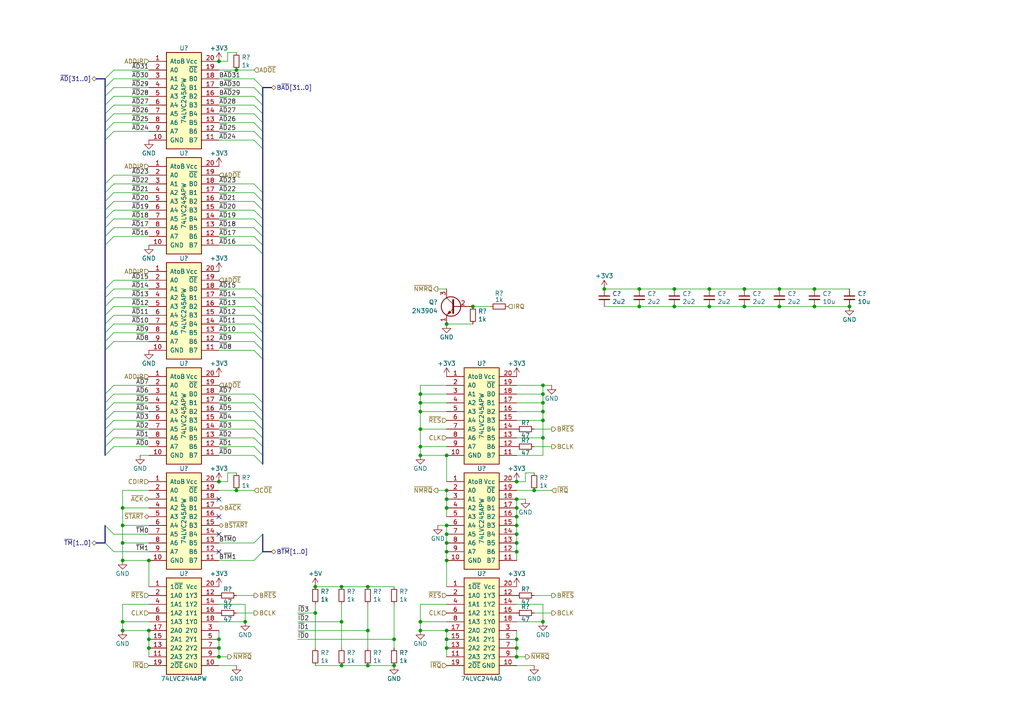
<source format=kicad_sch>
(kicad_sch (version 20211123) (generator eeschema)
  (paper "A4")
  (title_block (title "NuBus-ESP32") (date "2022-05-04") (rev "0.2") (company "Garrett's Workshop"))
  (lib_symbols
    (symbol "Device:C_Small" (pin_numbers hide) (pin_names (offset 0.254) hide)
      (property "Reference" "C" (at 0.254 1.778 0))
      (property "Value" "C_Small" (at 0.254 -2.032 0))
      (symbol "C_Small_0_1"
        (polyline (pts (xy -1.524 -0.508) (xy 1.524 -0.508)) (stroke (width 0.3302)))
        (polyline (pts (xy -1.524 0.508) (xy 1.524 0.508)) (stroke (width 0.3048)))
      )
      (symbol "C_Small_1_1"
        (pin passive line (at 0 2.54 270) (length 2.032) (name "~") (number "1"))
        (pin passive line (at 0 -2.54 90) (length 2.032) (name "~") (number "2"))
      )
    )
    (symbol "Device:R_Small" (pin_numbers hide) (pin_names (offset 0.254) hide)
      (property "Reference" "R" (at 0.762 0.508 0))
      (property "Value" "R_Small" (at 0.762 -1.016 0))
      (symbol "R_Small_0_1"
        (rectangle (start -0.762 1.778) (end 0.762 -1.778) (stroke (width 0.2032)))
      )
      (symbol "R_Small_1_1"
        (pin passive line (at 0 2.54 270) (length 0.762) (name "~") (number "1"))
        (pin passive line (at 0 -2.54 90) (length 0.762) (name "~") (number "2"))
      )
    )
    (symbol "GW_Logic:74244" (pin_names (offset 1.016))
      (property "Reference" "U" (at 0 15.24 0))
      (property "Value" "74244" (at 0 -15.24 0))
      (symbol "74244_0_1"
        (rectangle (start -5.08 13.97) (end 5.08 -13.97) (stroke (width 0.254)) (fill (type background)))
      )
      (symbol "74244_1_1"
        (pin input line (at 10.16 11.43 180) (length 5.08) (name "1~{OE}") (number "1"))
        (pin power_in line (at -10.16 -11.43 0) (length 5.08) (name "GND") (number "10"))
        (pin input line (at 10.16 -8.89 180) (length 5.08) (name "2A3") (number "11"))
        (pin tri_state line (at -10.16 8.89 0) (length 5.08) (name "1Y3") (number "12"))
        (pin input line (at 10.16 -6.35 180) (length 5.08) (name "2A2") (number "13"))
        (pin tri_state line (at -10.16 6.35 0) (length 5.08) (name "1Y2") (number "14"))
        (pin input line (at 10.16 -3.81 180) (length 5.08) (name "2A1") (number "15"))
        (pin tri_state line (at -10.16 3.81 0) (length 5.08) (name "1Y1") (number "16"))
        (pin input line (at 10.16 -1.27 180) (length 5.08) (name "2A0") (number "17"))
        (pin tri_state line (at -10.16 1.27 0) (length 5.08) (name "1Y0") (number "18"))
        (pin input line (at 10.16 -11.43 180) (length 5.08) (name "2~{OE}") (number "19"))
        (pin input line (at 10.16 8.89 180) (length 5.08) (name "1A0") (number "2"))
        (pin power_in line (at -10.16 11.43 0) (length 5.08) (name "Vcc") (number "20"))
        (pin tri_state line (at -10.16 -1.27 0) (length 5.08) (name "2Y0") (number "3"))
        (pin input line (at 10.16 6.35 180) (length 5.08) (name "1A1") (number "4"))
        (pin tri_state line (at -10.16 -3.81 0) (length 5.08) (name "2Y1") (number "5"))
        (pin input line (at 10.16 3.81 180) (length 5.08) (name "1A2") (number "6"))
        (pin tri_state line (at -10.16 -6.35 0) (length 5.08) (name "2Y2") (number "7"))
        (pin input line (at 10.16 1.27 180) (length 5.08) (name "1A3") (number "8"))
        (pin tri_state line (at -10.16 -8.89 0) (length 5.08) (name "2Y3") (number "9"))
      )
    )
    (symbol "GW_Logic:74245" (pin_names (offset 1.016))
      (property "Reference" "U" (at 0 15.24 0))
      (property "Value" "74245" (at 0 0 90))
      (symbol "74245_0_1"
        (rectangle (start -5.08 13.97) (end 5.08 -13.97) (stroke (width 0.254)) (fill (type background)))
      )
      (symbol "74245_1_1"
        (pin input line (at -10.16 11.43 0) (length 5.08) (name "AtoB") (number "1"))
        (pin power_in line (at -10.16 -11.43 0) (length 5.08) (name "GND") (number "10"))
        (pin bidirectional line (at 10.16 -11.43 180) (length 5.08) (name "B7") (number "11"))
        (pin bidirectional line (at 10.16 -8.89 180) (length 5.08) (name "B6") (number "12"))
        (pin bidirectional line (at 10.16 -6.35 180) (length 5.08) (name "B5") (number "13"))
        (pin bidirectional line (at 10.16 -3.81 180) (length 5.08) (name "B4") (number "14"))
        (pin bidirectional line (at 10.16 -1.27 180) (length 5.08) (name "B3") (number "15"))
        (pin bidirectional line (at 10.16 1.27 180) (length 5.08) (name "B2") (number "16"))
        (pin bidirectional line (at 10.16 3.81 180) (length 5.08) (name "B1") (number "17"))
        (pin bidirectional line (at 10.16 6.35 180) (length 5.08) (name "B0") (number "18"))
        (pin input line (at 10.16 8.89 180) (length 5.08) (name "~{OE}") (number "19"))
        (pin bidirectional line (at -10.16 8.89 0) (length 5.08) (name "A0") (number "2"))
        (pin power_in line (at 10.16 11.43 180) (length 5.08) (name "Vcc") (number "20"))
        (pin bidirectional line (at -10.16 6.35 0) (length 5.08) (name "A1") (number "3"))
        (pin bidirectional line (at -10.16 3.81 0) (length 5.08) (name "A2") (number "4"))
        (pin bidirectional line (at -10.16 1.27 0) (length 5.08) (name "A3") (number "5"))
        (pin bidirectional line (at -10.16 -1.27 0) (length 5.08) (name "A4") (number "6"))
        (pin bidirectional line (at -10.16 -3.81 0) (length 5.08) (name "A5") (number "7"))
        (pin bidirectional line (at -10.16 -6.35 0) (length 5.08) (name "A6") (number "8"))
        (pin bidirectional line (at -10.16 -8.89 0) (length 5.08) (name "A7") (number "9"))
      )
    )
    (symbol "Transistor_BJT:2N3904" (pin_names (offset 0) hide)
      (property "Reference" "Q" (at 5.08 1.905 0))
      (property "Value" "2N3904" (at 5.08 0 0))
      (symbol "2N3904_0_1"
        (polyline (pts (xy 0.635 0.635) (xy 2.54 2.54)))
        (polyline (pts (xy 0.635 -0.635) (xy 2.54 -2.54) (xy 2.54 -2.54)))
        (polyline (pts (xy 0.635 1.905) (xy 0.635 -1.905) (xy 0.635 -1.905)) (stroke (width 0.508)))
        (polyline (pts (xy 1.27 -1.778) (xy 1.778 -1.27) (xy 2.286 -2.286) (xy 1.27 -1.778) (xy 1.27 -1.778)) (fill (type outline)))
        (circle (center 1.27 0) (radius 2.8194) (stroke (width 0.254)))
      )
      (symbol "2N3904_1_1"
        (pin passive line (at 2.54 -5.08 90) (length 2.54) (name "E") (number "1"))
        (pin passive line (at -5.08 0 0) (length 5.715) (name "B") (number "2"))
        (pin passive line (at 2.54 5.08 270) (length 2.54) (name "C") (number "3"))
      )
    )
    (symbol "power:+3V3" (power) (pin_names (offset 0))
      (property "Value" "+3V3" (at 0 3.556 0))
      (symbol "+3V3_0_1"
        (polyline (pts (xy -0.762 1.27) (xy 0 2.54)))
        (polyline (pts (xy 0 0) (xy 0 2.54)))
        (polyline (pts (xy 0 2.54) (xy 0.762 1.27)))
      )
      (symbol "+3V3_1_1"
        (pin power_in line (at 0 0 90) (length 0) hide (name "+3V3") (number "1"))
      )
    )
    (symbol "power:+5V" (power) (pin_names (offset 0))
      (property "Value" "+5V" (at 0 3.556 0))
      (symbol "+5V_0_1"
        (polyline (pts (xy -0.762 1.27) (xy 0 2.54)))
        (polyline (pts (xy 0 0) (xy 0 2.54)))
        (polyline (pts (xy 0 2.54) (xy 0.762 1.27)))
      )
      (symbol "+5V_1_1"
        (pin power_in line (at 0 0 90) (length 0) hide (name "+5V") (number "1"))
      )
    )
    (symbol "power:GND" (power) (pin_names (offset 0))
      (property "Value" "GND" (at 0 -3.81 0))
      (symbol "GND_0_1"
        (polyline (pts (xy 0 0) (xy 0 -1.27) (xy 1.27 -1.27) (xy 0 -2.54) (xy -1.27 -1.27) (xy 0 -1.27)))
      )
      (symbol "GND_1_1"
        (pin power_in line (at 0 0 270) (length 0) hide (name "GND") (number "1"))
      )
    )
  )
  (junction (at 157.48 114.3))
  (junction (at 205.74 83.82))
  (junction (at 121.92 182.88))
  (junction (at 129.54 154.94))
  (junction (at 129.54 187.96))
  (junction (at 149.86 139.7))
  (junction (at 157.48 116.84))
  (junction (at 149.86 185.42))
  (junction (at 149.86 160.02))
  (junction (at 149.86 152.4))
  (junction (at 129.54 185.42))
  (junction (at 91.44 177.8))
  (junction (at 106.68 193.04))
  (junction (at 185.42 83.82))
  (junction (at 99.06 170.18))
  (junction (at 137.16 88.9))
  (junction (at 71.12 180.34))
  (junction (at 129.54 144.78))
  (junction (at 114.3 185.42))
  (junction (at 68.58 20.32))
  (junction (at 35.56 147.32))
  (junction (at 121.92 119.38))
  (junction (at 63.5 139.7))
  (junction (at 63.5 17.78))
  (junction (at 149.86 190.5))
  (junction (at 129.54 147.32))
  (junction (at 121.92 180.34))
  (junction (at 246.38 88.9))
  (junction (at 121.92 124.46))
  (junction (at 129.54 93.98))
  (junction (at 226.06 88.9))
  (junction (at 121.92 114.3))
  (junction (at 205.74 88.9))
  (junction (at 157.48 119.38))
  (junction (at 35.56 182.88))
  (junction (at 121.92 116.84))
  (junction (at 129.54 162.56))
  (junction (at 195.58 88.9))
  (junction (at 154.94 142.24))
  (junction (at 121.92 129.54))
  (junction (at 215.9 88.9))
  (junction (at 114.3 193.04))
  (junction (at 129.54 157.48))
  (junction (at 63.5 187.96))
  (junction (at 226.06 83.82))
  (junction (at 149.86 187.96))
  (junction (at 43.18 187.96))
  (junction (at 43.18 185.42))
  (junction (at 121.92 132.08))
  (junction (at 157.48 111.76))
  (junction (at 35.56 180.34))
  (junction (at 129.54 152.4))
  (junction (at 99.06 193.04))
  (junction (at 63.5 190.5))
  (junction (at 129.54 142.24))
  (junction (at 63.5 185.42))
  (junction (at 175.26 83.82))
  (junction (at 185.42 88.9))
  (junction (at 91.44 170.18))
  (junction (at 43.18 182.88))
  (junction (at 149.86 154.94))
  (junction (at 149.86 144.78))
  (junction (at 236.22 88.9))
  (junction (at 99.06 180.34))
  (junction (at 157.48 127))
  (junction (at 106.68 170.18))
  (junction (at 35.56 157.48))
  (junction (at 157.48 180.34))
  (junction (at 35.56 152.4))
  (junction (at 195.58 83.82))
  (junction (at 35.56 162.56))
  (junction (at 106.68 182.88))
  (junction (at 149.86 147.32))
  (junction (at 43.18 162.56))
  (junction (at 236.22 83.82))
  (junction (at 129.54 132.08))
  (junction (at 149.86 157.48))
  (junction (at 149.86 149.86))
  (junction (at 129.54 182.88))
  (junction (at 129.54 160.02))
  (junction (at 215.9 83.82))
  (junction (at 68.58 142.24))
  (junction (at 157.48 121.92))
  (no_connect (at 63.5 144.78))
  (no_connect (at 63.5 154.94))
  (no_connect (at 63.5 160.02))
  (no_connect (at 63.5 149.86))
  (bus_entry (at 30.48 93.98) (size 2.54 -2.54))
  (bus_entry (at 76.2 119.38) (size -2.54 -2.54))
  (bus_entry (at 76.2 104.14) (size -2.54 -2.54))
  (bus_entry (at 30.48 38.1) (size 2.54 -2.54))
  (bus_entry (at 76.2 60.96) (size -2.54 -2.54))
  (bus_entry (at 76.2 96.52) (size -2.54 -2.54))
  (bus_entry (at 30.48 96.52) (size 2.54 -2.54))
  (bus_entry (at 76.2 132.08) (size -2.54 -2.54))
  (bus_entry (at 76.2 160.02) (size -2.54 2.54))
  (bus_entry (at 30.48 99.06) (size 2.54 -2.54))
  (bus_entry (at 30.48 121.92) (size 2.54 -2.54))
  (bus_entry (at 30.48 30.48) (size 2.54 -2.54))
  (bus_entry (at 76.2 30.48) (size -2.54 -2.54))
  (bus_entry (at 76.2 71.12) (size -2.54 -2.54))
  (bus_entry (at 30.48 71.12) (size 2.54 -2.54))
  (bus_entry (at 30.48 58.42) (size 2.54 -2.54))
  (bus_entry (at 76.2 91.44) (size -2.54 -2.54))
  (bus_entry (at 76.2 55.88) (size -2.54 -2.54))
  (bus_entry (at 30.48 53.34) (size 2.54 -2.54))
  (bus_entry (at 76.2 121.92) (size -2.54 -2.54))
  (bus_entry (at 76.2 154.94) (size -2.54 2.54))
  (bus_entry (at 30.48 127) (size 2.54 -2.54))
  (bus_entry (at 30.48 35.56) (size 2.54 -2.54))
  (bus_entry (at 76.2 127) (size -2.54 -2.54))
  (bus_entry (at 30.48 114.3) (size 2.54 -2.54))
  (bus_entry (at 76.2 73.66) (size -2.54 -2.54))
  (bus_entry (at 76.2 124.46) (size -2.54 -2.54))
  (bus_entry (at 76.2 68.58) (size -2.54 -2.54))
  (bus_entry (at 30.48 60.96) (size 2.54 -2.54))
  (bus_entry (at 30.48 157.48) (size 2.54 2.54))
  (bus_entry (at 30.48 68.58) (size 2.54 -2.54))
  (bus_entry (at 30.48 55.88) (size 2.54 -2.54))
  (bus_entry (at 30.48 88.9) (size 2.54 -2.54))
  (bus_entry (at 30.48 152.4) (size 2.54 2.54))
  (bus_entry (at 30.48 63.5) (size 2.54 -2.54))
  (bus_entry (at 76.2 134.62) (size -2.54 -2.54))
  (bus_entry (at 30.48 66.04) (size 2.54 -2.54))
  (bus_entry (at 30.48 22.86) (size 2.54 -2.54))
  (bus_entry (at 76.2 88.9) (size -2.54 -2.54))
  (bus_entry (at 30.48 101.6) (size 2.54 -2.54))
  (bus_entry (at 76.2 116.84) (size -2.54 -2.54))
  (bus_entry (at 76.2 129.54) (size -2.54 -2.54))
  (bus_entry (at 30.48 91.44) (size 2.54 -2.54))
  (bus_entry (at 76.2 33.02) (size -2.54 -2.54))
  (bus_entry (at 30.48 116.84) (size 2.54 -2.54))
  (bus_entry (at 30.48 40.64) (size 2.54 -2.54))
  (bus_entry (at 30.48 27.94) (size 2.54 -2.54))
  (bus_entry (at 76.2 86.36) (size -2.54 -2.54))
  (bus_entry (at 30.48 83.82) (size 2.54 -2.54))
  (bus_entry (at 76.2 35.56) (size -2.54 -2.54))
  (bus_entry (at 30.48 129.54) (size 2.54 -2.54))
  (bus_entry (at 76.2 25.4) (size -2.54 -2.54))
  (bus_entry (at 76.2 99.06) (size -2.54 -2.54))
  (bus_entry (at 76.2 38.1) (size -2.54 -2.54))
  (bus_entry (at 76.2 43.18) (size -2.54 -2.54))
  (bus_entry (at 76.2 27.94) (size -2.54 -2.54))
  (bus_entry (at 30.48 86.36) (size 2.54 -2.54))
  (bus_entry (at 30.48 25.4) (size 2.54 -2.54))
  (bus_entry (at 30.48 124.46) (size 2.54 -2.54))
  (bus_entry (at 76.2 66.04) (size -2.54 -2.54))
  (bus_entry (at 76.2 101.6) (size -2.54 -2.54))
  (bus_entry (at 76.2 58.42) (size -2.54 -2.54))
  (bus_entry (at 30.48 132.08) (size 2.54 -2.54))
  (bus_entry (at 30.48 33.02) (size 2.54 -2.54))
  (bus_entry (at 76.2 63.5) (size -2.54 -2.54))
  (bus_entry (at 76.2 40.64) (size -2.54 -2.54))
  (bus_entry (at 76.2 93.98) (size -2.54 -2.54))
  (bus_entry (at 30.48 119.38) (size 2.54 -2.54))
  (wire (pts (xy 127 83.82) (xy 129.54 83.82)))
  (wire (pts (xy 154.94 177.8) (xy 160.02 177.8)))
  (bus (pts (xy 76.2 63.5) (xy 76.2 66.04)))
  (wire (pts (xy 63.5 30.48) (xy 73.66 30.48)))
  (wire (pts (xy 73.66 99.06) (xy 63.5 99.06)))
  (wire (pts (xy 35.56 152.4) (xy 43.18 152.4)))
  (wire (pts (xy 73.66 93.98) (xy 63.5 93.98)))
  (wire (pts (xy 99.06 180.34) (xy 99.06 187.96)))
  (wire (pts (xy 63.5 22.86) (xy 73.66 22.86)))
  (wire (pts (xy 73.66 162.56) (xy 63.5 162.56)))
  (bus (pts (xy 76.2 116.84) (xy 76.2 119.38)))
  (wire (pts (xy 185.42 88.9) (xy 195.58 88.9)))
  (wire (pts (xy 43.18 162.56) (xy 35.56 162.56)))
  (wire (pts (xy 73.66 96.52) (xy 63.5 96.52)))
  (bus (pts (xy 76.2 55.88) (xy 76.2 58.42)))
  (wire (pts (xy 68.58 142.24) (xy 73.66 142.24)))
  (wire (pts (xy 33.02 114.3) (xy 43.18 114.3)))
  (wire (pts (xy 121.92 180.34) (xy 121.92 182.88)))
  (bus (pts (xy 30.48 22.86) (xy 30.48 25.4)))
  (wire (pts (xy 121.92 119.38) (xy 129.54 119.38)))
  (wire (pts (xy 66.04 137.16) (xy 66.04 139.7)))
  (bus (pts (xy 30.48 86.36) (xy 30.48 88.9)))
  (wire (pts (xy 43.18 38.1) (xy 33.02 38.1)))
  (wire (pts (xy 129.54 144.78) (xy 129.54 147.32)))
  (bus (pts (xy 30.48 88.9) (xy 30.48 91.44)))
  (bus (pts (xy 30.48 101.6) (xy 30.48 114.3)))
  (wire (pts (xy 121.92 124.46) (xy 129.54 124.46)))
  (wire (pts (xy 149.86 190.5) (xy 152.4 190.5)))
  (wire (pts (xy 43.18 185.42) (xy 43.18 187.96)))
  (wire (pts (xy 129.54 154.94) (xy 129.54 157.48)))
  (wire (pts (xy 175.26 88.9) (xy 185.42 88.9)))
  (wire (pts (xy 154.94 129.54) (xy 160.02 129.54)))
  (bus (pts (xy 76.2 73.66) (xy 76.2 86.36)))
  (wire (pts (xy 91.44 177.8) (xy 91.44 187.96)))
  (wire (pts (xy 71.12 175.26) (xy 63.5 175.26)))
  (wire (pts (xy 33.02 88.9) (xy 43.18 88.9)))
  (bus (pts (xy 76.2 99.06) (xy 76.2 101.6)))
  (wire (pts (xy 35.56 157.48) (xy 43.18 157.48)))
  (wire (pts (xy 149.86 147.32) (xy 149.86 149.86)))
  (wire (pts (xy 43.18 22.86) (xy 33.02 22.86)))
  (wire (pts (xy 71.12 180.34) (xy 63.5 180.34)))
  (wire (pts (xy 33.02 124.46) (xy 43.18 124.46)))
  (bus (pts (xy 30.48 66.04) (xy 30.48 68.58)))
  (wire (pts (xy 63.5 33.02) (xy 73.66 33.02)))
  (wire (pts (xy 121.92 114.3) (xy 121.92 116.84)))
  (wire (pts (xy 68.58 15.24) (xy 66.04 15.24)))
  (wire (pts (xy 129.54 142.24) (xy 127 142.24)))
  (wire (pts (xy 106.68 193.04) (xy 114.3 193.04)))
  (bus (pts (xy 76.2 38.1) (xy 76.2 40.64)))
  (wire (pts (xy 33.02 99.06) (xy 43.18 99.06)))
  (wire (pts (xy 86.36 180.34) (xy 99.06 180.34)))
  (wire (pts (xy 205.74 83.82) (xy 215.9 83.82)))
  (bus (pts (xy 30.48 119.38) (xy 30.48 121.92)))
  (wire (pts (xy 121.92 116.84) (xy 121.92 119.38)))
  (bus (pts (xy 30.48 114.3) (xy 30.48 116.84)))
  (wire (pts (xy 63.5 185.42) (xy 63.5 187.96)))
  (wire (pts (xy 73.66 101.6) (xy 63.5 101.6)))
  (wire (pts (xy 43.18 35.56) (xy 33.02 35.56)))
  (wire (pts (xy 121.92 116.84) (xy 129.54 116.84)))
  (bus (pts (xy 76.2 96.52) (xy 76.2 99.06)))
  (wire (pts (xy 175.26 83.82) (xy 185.42 83.82)))
  (bus (pts (xy 76.2 25.4) (xy 76.2 27.94)))
  (wire (pts (xy 91.44 175.26) (xy 91.44 177.8)))
  (wire (pts (xy 73.66 129.54) (xy 63.5 129.54)))
  (bus (pts (xy 76.2 27.94) (xy 76.2 30.48)))
  (wire (pts (xy 43.18 53.34) (xy 33.02 53.34)))
  (bus (pts (xy 30.48 35.56) (xy 30.48 38.1)))
  (wire (pts (xy 35.56 147.32) (xy 43.18 147.32)))
  (wire (pts (xy 63.5 190.5) (xy 66.04 190.5)))
  (bus (pts (xy 30.48 124.46) (xy 30.48 127)))
  (wire (pts (xy 63.5 182.88) (xy 63.5 185.42)))
  (bus (pts (xy 76.2 93.98) (xy 76.2 96.52)))
  (wire (pts (xy 195.58 88.9) (xy 205.74 88.9)))
  (wire (pts (xy 33.02 91.44) (xy 43.18 91.44)))
  (bus (pts (xy 30.48 96.52) (xy 30.48 99.06)))
  (bus (pts (xy 30.48 25.4) (xy 30.48 27.94)))
  (wire (pts (xy 63.5 193.04) (xy 68.58 193.04)))
  (bus (pts (xy 76.2 121.92) (xy 76.2 124.46)))
  (bus (pts (xy 30.48 129.54) (xy 30.48 132.08)))
  (wire (pts (xy 63.5 53.34) (xy 73.66 53.34)))
  (wire (pts (xy 33.02 111.76) (xy 43.18 111.76)))
  (wire (pts (xy 33.02 154.94) (xy 43.18 154.94)))
  (bus (pts (xy 76.2 129.54) (xy 76.2 132.08)))
  (wire (pts (xy 66.04 17.78) (xy 63.5 17.78)))
  (wire (pts (xy 129.54 142.24) (xy 129.54 144.78)))
  (bus (pts (xy 76.2 68.58) (xy 76.2 71.12)))
  (wire (pts (xy 33.02 81.28) (xy 43.18 81.28)))
  (wire (pts (xy 35.56 142.24) (xy 43.18 142.24)))
  (bus (pts (xy 30.48 127) (xy 30.48 129.54)))
  (wire (pts (xy 73.66 86.36) (xy 63.5 86.36)))
  (wire (pts (xy 73.66 71.12) (xy 63.5 71.12)))
  (wire (pts (xy 129.54 185.42) (xy 129.54 187.96)))
  (wire (pts (xy 99.06 170.18) (xy 106.68 170.18)))
  (bus (pts (xy 76.2 88.9) (xy 76.2 91.44)))
  (wire (pts (xy 236.22 83.82) (xy 246.38 83.82)))
  (wire (pts (xy 157.48 180.34) (xy 149.86 180.34)))
  (wire (pts (xy 157.48 127) (xy 157.48 132.08)))
  (wire (pts (xy 73.66 68.58) (xy 63.5 68.58)))
  (wire (pts (xy 129.54 157.48) (xy 129.54 160.02)))
  (wire (pts (xy 33.02 68.58) (xy 43.18 68.58)))
  (bus (pts (xy 30.48 53.34) (xy 30.48 55.88)))
  (wire (pts (xy 73.66 91.44) (xy 63.5 91.44)))
  (wire (pts (xy 157.48 175.26) (xy 149.86 175.26)))
  (wire (pts (xy 71.12 175.26) (xy 71.12 180.34)))
  (wire (pts (xy 63.5 27.94) (xy 73.66 27.94)))
  (wire (pts (xy 33.02 160.02) (xy 43.18 160.02)))
  (bus (pts (xy 30.48 71.12) (xy 30.48 83.82)))
  (wire (pts (xy 121.92 124.46) (xy 121.92 119.38)))
  (wire (pts (xy 129.54 147.32) (xy 129.54 149.86)))
  (wire (pts (xy 73.66 116.84) (xy 63.5 116.84)))
  (wire (pts (xy 121.92 111.76) (xy 129.54 111.76)))
  (wire (pts (xy 129.54 175.26) (xy 121.92 175.26)))
  (wire (pts (xy 33.02 86.36) (xy 43.18 86.36)))
  (wire (pts (xy 157.48 119.38) (xy 157.48 116.84)))
  (wire (pts (xy 43.18 182.88) (xy 43.18 185.42)))
  (wire (pts (xy 106.68 182.88) (xy 106.68 175.26)))
  (wire (pts (xy 106.68 170.18) (xy 114.3 170.18)))
  (wire (pts (xy 129.54 132.08) (xy 121.92 132.08)))
  (wire (pts (xy 129.54 129.54) (xy 121.92 129.54)))
  (bus (pts (xy 30.48 83.82) (xy 30.48 86.36)))
  (wire (pts (xy 35.56 180.34) (xy 35.56 182.88)))
  (wire (pts (xy 35.56 162.56) (xy 35.56 157.48)))
  (wire (pts (xy 149.86 152.4) (xy 149.86 154.94)))
  (wire (pts (xy 149.86 144.78) (xy 149.86 147.32)))
  (bus (pts (xy 76.2 127) (xy 76.2 129.54)))
  (wire (pts (xy 149.86 157.48) (xy 149.86 160.02)))
  (bus (pts (xy 27.94 157.48) (xy 30.48 157.48)))
  (bus (pts (xy 30.48 33.02) (xy 30.48 35.56)))
  (bus (pts (xy 30.48 68.58) (xy 30.48 71.12)))
  (wire (pts (xy 63.5 38.1) (xy 73.66 38.1)))
  (wire (pts (xy 35.56 175.26) (xy 35.56 180.34)))
  (wire (pts (xy 33.02 60.96) (xy 43.18 60.96)))
  (wire (pts (xy 73.66 66.04) (xy 63.5 66.04)))
  (wire (pts (xy 129.54 162.56) (xy 129.54 170.18)))
  (wire (pts (xy 129.54 132.08) (xy 129.54 139.7)))
  (wire (pts (xy 63.5 20.32) (xy 68.58 20.32)))
  (wire (pts (xy 33.02 55.88) (xy 43.18 55.88)))
  (wire (pts (xy 63.5 35.56) (xy 73.66 35.56)))
  (wire (pts (xy 63.5 142.24) (xy 68.58 142.24)))
  (wire (pts (xy 73.66 127) (xy 63.5 127)))
  (wire (pts (xy 73.66 83.82) (xy 63.5 83.82)))
  (wire (pts (xy 43.18 162.56) (xy 43.18 170.18)))
  (bus (pts (xy 76.2 124.46) (xy 76.2 127)))
  (wire (pts (xy 154.94 172.72) (xy 160.02 172.72)))
  (wire (pts (xy 149.86 111.76) (xy 157.48 111.76)))
  (wire (pts (xy 226.06 83.82) (xy 236.22 83.82)))
  (wire (pts (xy 43.18 25.4) (xy 33.02 25.4)))
  (wire (pts (xy 91.44 170.18) (xy 99.06 170.18)))
  (bus (pts (xy 30.48 99.06) (xy 30.48 101.6)))
  (bus (pts (xy 76.2 66.04) (xy 76.2 68.58)))
  (wire (pts (xy 149.86 119.38) (xy 157.48 119.38)))
  (bus (pts (xy 30.48 38.1) (xy 30.48 40.64)))
  (wire (pts (xy 149.86 187.96) (xy 149.86 190.5)))
  (bus (pts (xy 76.2 40.64) (xy 76.2 43.18)))
  (wire (pts (xy 149.86 154.94) (xy 149.86 157.48)))
  (bus (pts (xy 30.48 40.64) (xy 30.48 53.34)))
  (wire (pts (xy 33.02 93.98) (xy 43.18 93.98)))
  (wire (pts (xy 121.92 114.3) (xy 129.54 114.3)))
  (wire (pts (xy 121.92 129.54) (xy 121.92 132.08)))
  (wire (pts (xy 66.04 15.24) (xy 66.04 17.78)))
  (wire (pts (xy 33.02 83.82) (xy 43.18 83.82)))
  (wire (pts (xy 114.3 185.42) (xy 114.3 187.96)))
  (wire (pts (xy 33.02 127) (xy 43.18 127)))
  (wire (pts (xy 33.02 116.84) (xy 43.18 116.84)))
  (wire (pts (xy 215.9 88.9) (xy 226.06 88.9)))
  (wire (pts (xy 33.02 58.42) (xy 43.18 58.42)))
  (wire (pts (xy 73.66 124.46) (xy 63.5 124.46)))
  (wire (pts (xy 73.66 119.38) (xy 63.5 119.38)))
  (wire (pts (xy 99.06 175.26) (xy 99.06 180.34)))
  (wire (pts (xy 33.02 129.54) (xy 43.18 129.54)))
  (wire (pts (xy 149.86 116.84) (xy 157.48 116.84)))
  (wire (pts (xy 73.66 63.5) (xy 63.5 63.5)))
  (wire (pts (xy 35.56 152.4) (xy 35.56 147.32)))
  (bus (pts (xy 30.48 157.48) (xy 30.48 152.4)))
  (wire (pts (xy 152.4 139.7) (xy 149.86 139.7)))
  (bus (pts (xy 30.48 60.96) (xy 30.48 63.5)))
  (wire (pts (xy 149.86 182.88) (xy 149.86 185.42)))
  (wire (pts (xy 129.54 93.98) (xy 137.16 93.98)))
  (wire (pts (xy 33.02 119.38) (xy 43.18 119.38)))
  (wire (pts (xy 129.54 187.96) (xy 129.54 190.5)))
  (wire (pts (xy 157.48 116.84) (xy 157.48 114.3)))
  (wire (pts (xy 236.22 88.9) (xy 226.06 88.9)))
  (wire (pts (xy 185.42 83.82) (xy 195.58 83.82)))
  (bus (pts (xy 76.2 91.44) (xy 76.2 93.98)))
  (wire (pts (xy 63.5 55.88) (xy 73.66 55.88)))
  (wire (pts (xy 152.4 137.16) (xy 152.4 139.7)))
  (wire (pts (xy 157.48 175.26) (xy 157.48 180.34)))
  (bus (pts (xy 30.48 55.88) (xy 30.48 58.42)))
  (bus (pts (xy 30.48 30.48) (xy 30.48 33.02)))
  (bus (pts (xy 76.2 104.14) (xy 76.2 116.84)))
  (wire (pts (xy 40.64 132.08) (xy 43.18 132.08)))
  (wire (pts (xy 149.86 132.08) (xy 157.48 132.08)))
  (wire (pts (xy 205.74 88.9) (xy 215.9 88.9)))
  (wire (pts (xy 43.18 20.32) (xy 33.02 20.32)))
  (bus (pts (xy 78.74 25.4) (xy 76.2 25.4)))
  (wire (pts (xy 142.24 88.9) (xy 137.16 88.9)))
  (wire (pts (xy 68.58 137.16) (xy 66.04 137.16)))
  (wire (pts (xy 86.36 182.88) (xy 106.68 182.88)))
  (bus (pts (xy 76.2 160.02) (xy 76.2 154.94)))
  (bus (pts (xy 76.2 119.38) (xy 76.2 121.92)))
  (wire (pts (xy 121.92 180.34) (xy 129.54 180.34)))
  (wire (pts (xy 35.56 157.48) (xy 35.56 152.4)))
  (wire (pts (xy 43.18 175.26) (xy 35.56 175.26)))
  (wire (pts (xy 121.92 175.26) (xy 121.92 180.34)))
  (bus (pts (xy 30.48 58.42) (xy 30.48 60.96)))
  (wire (pts (xy 149.86 127) (xy 157.48 127)))
  (wire (pts (xy 195.58 83.82) (xy 205.74 83.82)))
  (wire (pts (xy 215.9 83.82) (xy 226.06 83.82)))
  (bus (pts (xy 76.2 58.42) (xy 76.2 60.96)))
  (bus (pts (xy 30.48 93.98) (xy 30.48 96.52)))
  (wire (pts (xy 129.54 160.02) (xy 129.54 162.56)))
  (wire (pts (xy 73.66 58.42) (xy 63.5 58.42)))
  (wire (pts (xy 99.06 193.04) (xy 106.68 193.04)))
  (bus (pts (xy 78.74 160.02) (xy 76.2 160.02)))
  (wire (pts (xy 66.04 139.7) (xy 63.5 139.7)))
  (bus (pts (xy 76.2 35.56) (xy 76.2 38.1)))
  (wire (pts (xy 63.5 187.96) (xy 63.5 190.5)))
  (wire (pts (xy 43.18 33.02) (xy 33.02 33.02)))
  (wire (pts (xy 149.86 193.04) (xy 154.94 193.04)))
  (wire (pts (xy 43.18 27.94) (xy 33.02 27.94)))
  (wire (pts (xy 68.58 20.32) (xy 73.66 20.32)))
  (bus (pts (xy 76.2 86.36) (xy 76.2 88.9)))
  (wire (pts (xy 157.48 121.92) (xy 157.48 119.38)))
  (wire (pts (xy 149.86 185.42) (xy 149.86 187.96)))
  (wire (pts (xy 73.66 114.3) (xy 63.5 114.3)))
  (wire (pts (xy 149.86 121.92) (xy 157.48 121.92)))
  (wire (pts (xy 129.54 152.4) (xy 129.54 154.94)))
  (wire (pts (xy 33.02 63.5) (xy 43.18 63.5)))
  (bus (pts (xy 76.2 132.08) (xy 76.2 134.62)))
  (wire (pts (xy 68.58 177.8) (xy 73.66 177.8)))
  (wire (pts (xy 154.94 124.46) (xy 160.02 124.46)))
  (wire (pts (xy 73.66 157.48) (xy 63.5 157.48)))
  (wire (pts (xy 154.94 142.24) (xy 160.02 142.24)))
  (wire (pts (xy 68.58 172.72) (xy 73.66 172.72)))
  (wire (pts (xy 154.94 137.16) (xy 152.4 137.16)))
  (bus (pts (xy 30.48 63.5) (xy 30.48 66.04)))
  (wire (pts (xy 114.3 175.26) (xy 114.3 185.42)))
  (wire (pts (xy 246.38 88.9) (xy 236.22 88.9)))
  (wire (pts (xy 91.44 177.8) (xy 86.36 177.8)))
  (bus (pts (xy 30.48 91.44) (xy 30.48 93.98)))
  (wire (pts (xy 43.18 30.48) (xy 33.02 30.48)))
  (bus (pts (xy 30.48 116.84) (xy 30.48 119.38)))
  (wire (pts (xy 73.66 132.08) (xy 63.5 132.08)))
  (wire (pts (xy 33.02 96.52) (xy 43.18 96.52)))
  (bus (pts (xy 30.48 27.94) (xy 30.48 30.48)))
  (wire (pts (xy 149.86 149.86) (xy 149.86 152.4)))
  (wire (pts (xy 121.92 124.46) (xy 121.92 129.54)))
  (wire (pts (xy 157.48 111.76) (xy 160.02 111.76)))
  (wire (pts (xy 43.18 50.8) (xy 33.02 50.8)))
  (wire (pts (xy 149.86 142.24) (xy 154.94 142.24)))
  (wire (pts (xy 73.66 60.96) (xy 63.5 60.96)))
  (wire (pts (xy 149.86 144.78) (xy 152.4 144.78)))
  (bus (pts (xy 76.2 43.18) (xy 76.2 55.88)))
  (bus (pts (xy 30.48 121.92) (xy 30.48 124.46)))
  (wire (pts (xy 149.86 114.3) (xy 157.48 114.3)))
  (wire (pts (xy 121.92 111.76) (xy 121.92 114.3)))
  (wire (pts (xy 86.36 185.42) (xy 114.3 185.42)))
  (wire (pts (xy 33.02 66.04) (xy 43.18 66.04)))
  (wire (pts (xy 73.66 88.9) (xy 63.5 88.9)))
  (bus (pts (xy 76.2 30.48) (xy 76.2 33.02)))
  (wire (pts (xy 127 152.4) (xy 129.54 152.4)))
  (wire (pts (xy 63.5 25.4) (xy 73.66 25.4)))
  (wire (pts (xy 157.48 127) (xy 157.48 121.92)))
  (wire (pts (xy 73.66 121.92) (xy 63.5 121.92)))
  (bus (pts (xy 76.2 60.96) (xy 76.2 63.5)))
  (wire (pts (xy 91.44 193.04) (xy 99.06 193.04)))
  (bus (pts (xy 27.94 22.86) (xy 30.48 22.86)))
  (wire (pts (xy 35.56 147.32) (xy 35.56 142.24)))
  (wire (pts (xy 43.18 187.96) (xy 43.18 190.5)))
  (bus (pts (xy 76.2 71.12) (xy 76.2 73.66)))
  (wire (pts (xy 149.86 160.02) (xy 149.86 162.56)))
  (wire (pts (xy 129.54 182.88) (xy 129.54 185.42)))
  (wire (pts (xy 157.48 114.3) (xy 157.48 111.76)))
  (wire (pts (xy 33.02 121.92) (xy 43.18 121.92)))
  (wire (pts (xy 35.56 180.34) (xy 43.18 180.34)))
  (wire (pts (xy 43.18 182.88) (xy 35.56 182.88)))
  (wire (pts (xy 106.68 182.88) (xy 106.68 187.96)))
  (wire (pts (xy 129.54 182.88) (xy 121.92 182.88)))
  (bus (pts (xy 76.2 101.6) (xy 76.2 104.14)))
  (bus (pts (xy 76.2 33.02) (xy 76.2 35.56)))
  (wire (pts (xy 63.5 40.64) (xy 73.66 40.64)))
  (label "~{TM}1" (at 43.18 160.02 180))
  (label "~{AD}1" (at 63.5 129.54 0))
  (label "~{AD}2" (at 43.18 124.46 180))
  (label "~{AD}24" (at 43.18 38.1 180))
  (label "~{AD}20" (at 43.18 58.42 180))
  (label "~{AD}9" (at 63.5 99.06 0))
  (label "~{AD}3" (at 63.5 124.46 0))
  (label "~{ID}1" (at 86.36 182.88 0))
  (label "B~{TM}1" (at 63.5 162.56 0))
  (label "~{AD}0" (at 43.18 129.54 180))
  (label "~{AD}0" (at 63.5 132.08 0))
  (label "~{AD}18" (at 63.5 66.04 0))
  (label "B~{AD}31" (at 63.5 22.86 0))
  (label "~{AD}4" (at 63.5 121.92 0))
  (label "~{AD}10" (at 43.18 93.98 180))
  (label "~{AD}8" (at 63.5 101.6 0))
  (label "~{AD}16" (at 43.18 68.58 180))
  (label "~{AD}14" (at 63.5 86.36 0))
  (label "~{AD}7" (at 43.18 111.76 180))
  (label "~{AD}9" (at 43.18 96.52 180))
  (label "~{AD}10" (at 63.5 96.52 0))
  (label "~{AD}27" (at 63.5 33.02 0))
  (label "B~{TM}0" (at 63.5 157.48 0))
  (label "~{ID}3" (at 86.36 177.8 0))
  (label "B~{AD}29" (at 63.5 27.94 0))
  (label "~{AD}13" (at 63.5 88.9 0))
  (label "~{AD}25" (at 43.18 35.56 180))
  (label "~{AD}26" (at 63.5 35.56 0))
  (label "~{AD}5" (at 63.5 119.38 0))
  (label "~{AD}16" (at 63.5 71.12 0))
  (label "~{AD}2" (at 63.5 127 0))
  (label "~{AD}29" (at 43.18 25.4 180))
  (label "~{AD}24" (at 63.5 40.64 0))
  (label "~{AD}18" (at 43.18 63.5 180))
  (label "~{AD}12" (at 63.5 91.44 0))
  (label "~{AD}11" (at 43.18 91.44 180))
  (label "~{AD}21" (at 63.5 58.42 0))
  (label "~{AD}4" (at 43.18 119.38 180))
  (label "~{AD}13" (at 43.18 86.36 180))
  (label "~{AD}25" (at 63.5 38.1 0))
  (label "~{AD}28" (at 43.18 27.94 180))
  (label "~{AD}8" (at 43.18 99.06 180))
  (label "~{TM}0" (at 43.18 154.94 180))
  (label "~{AD}26" (at 43.18 33.02 180))
  (label "~{AD}23" (at 63.5 53.34 0))
  (label "~{AD}23" (at 43.18 50.8 180))
  (label "~{AD}5" (at 43.18 116.84 180))
  (label "~{AD}6" (at 43.18 114.3 180))
  (label "~{AD}11" (at 63.5 93.98 0))
  (label "~{AD}21" (at 43.18 55.88 180))
  (label "~{AD}15" (at 63.5 83.82 0))
  (label "~{AD}12" (at 43.18 88.9 180))
  (label "~{AD}30" (at 43.18 22.86 180))
  (label "~{AD}17" (at 43.18 66.04 180))
  (label "~{AD}31" (at 43.18 20.32 180))
  (label "~{AD}1" (at 43.18 127 180))
  (label "~{AD}6" (at 63.5 116.84 0))
  (label "~{AD}22" (at 63.5 55.88 0))
  (label "~{AD}27" (at 43.18 30.48 180))
  (label "~{AD}19" (at 63.5 63.5 0))
  (label "~{AD}14" (at 43.18 83.82 180))
  (label "~{AD}19" (at 43.18 60.96 180))
  (label "~{AD}7" (at 63.5 114.3 0))
  (label "~{AD}15" (at 43.18 81.28 180))
  (label "~{AD}20" (at 63.5 60.96 0))
  (label "~{ID}2" (at 86.36 180.34 0))
  (label "~{AD}28" (at 63.5 30.48 0))
  (label "~{AD}3" (at 43.18 121.92 180))
  (label "~{AD}22" (at 43.18 53.34 180))
  (label "~{AD}17" (at 63.5 68.58 0))
  (label "~{ID}0" (at 86.36 185.42 0))
  (label "B~{AD}30" (at 63.5 25.4 0))
  (hierarchical_label "B~{START}" (shape bidirectional) (at 63.5 152.4 0))
  (hierarchical_label "~{IRQ}" (shape input) (at 129.54 193.04 180))
  (hierarchical_label "~{TM}[1..0]" (shape bidirectional) (at 27.94 157.48 180))
  (hierarchical_label "~{NMRQ}" (shape output) (at 127 83.82 180))
  (hierarchical_label "B~{AD}[31..0]" (shape bidirectional) (at 78.74 25.4 0))
  (hierarchical_label "ADDIR" (shape input) (at 43.18 17.78 180))
  (hierarchical_label "C~{OE}" (shape input) (at 73.66 142.24 0))
  (hierarchical_label "~{RES}" (shape input) (at 43.18 172.72 180))
  (hierarchical_label "~{IRQ}" (shape input) (at 160.02 142.24 0))
  (hierarchical_label "~{NMRQ}" (shape output) (at 127 142.24 180))
  (hierarchical_label "AD~{OE}" (shape input) (at 63.5 111.76 0))
  (hierarchical_label "ADDIR" (shape input) (at 43.18 109.22 180))
  (hierarchical_label "B~{ACK}" (shape bidirectional) (at 63.5 147.32 0))
  (hierarchical_label "~{RES}" (shape input) (at 129.54 172.72 180))
  (hierarchical_label "~{NMRQ}" (shape output) (at 66.04 190.5 0))
  (hierarchical_label "ADDIR" (shape input) (at 43.18 78.74 180))
  (hierarchical_label "CLK" (shape input) (at 129.54 177.8 180))
  (hierarchical_label "ADDIR" (shape input) (at 43.18 48.26 180))
  (hierarchical_label "~{NMRQ}" (shape output) (at 152.4 190.5 0))
  (hierarchical_label "~{IRQ}" (shape input) (at 43.18 193.04 180))
  (hierarchical_label "B~{RES}" (shape output) (at 160.02 172.72 0))
  (hierarchical_label "BCLK" (shape output) (at 160.02 129.54 0))
  (hierarchical_label "CLK" (shape input) (at 43.18 177.8 180))
  (hierarchical_label "AD~{OE}" (shape input) (at 63.5 50.8 0))
  (hierarchical_label "B~{RES}" (shape output) (at 73.66 172.72 0))
  (hierarchical_label "CDIR" (shape input) (at 43.18 139.7 180))
  (hierarchical_label "CLK" (shape input) (at 129.54 127 180))
  (hierarchical_label "B~{RES}" (shape output) (at 160.02 124.46 0))
  (hierarchical_label "AD~{OE}" (shape input) (at 63.5 81.28 0))
  (hierarchical_label "~{AD}[31..0]" (shape bidirectional) (at 27.94 22.86 180))
  (hierarchical_label "~{RES}" (shape input) (at 129.54 121.92 180))
  (hierarchical_label "~{START}" (shape bidirectional) (at 43.18 149.86 180))
  (hierarchical_label "~{ACK}" (shape bidirectional) (at 43.18 144.78 180))
  (hierarchical_label "BCLK" (shape output) (at 160.02 177.8 0))
  (hierarchical_label "AD~{OE}" (shape input) (at 73.66 20.32 0))
  (hierarchical_label "B~{TM}[1..0]" (shape bidirectional) (at 78.74 160.02 0))
  (hierarchical_label "BCLK" (shape output) (at 73.66 177.8 0))
  (hierarchical_label "IRQ" (shape input) (at 147.32 88.9 0))
  (symbol (lib_id "Device:R_Small") (at 66.04 177.8 90) (mirror x) (unit 1)
    (property "Reference" "R?" (at 66.04 175.26 90) (effects (justify top)))
    (property "Value" "47" (at 66.04 180.34 90) (effects (justify bottom)))
    (property "Footprint" "stdpads:R_0805" (effects hide))
    (property "LCSC Part" "C17513" (effects hide))
  )
  (symbol (lib_id "power:+3V3") (at 63.5 170.18 0) (unit 1)
    (property "Reference" "#PWR?" (effects hide))
    (property "Value" "+3V3" (at 63.5 166.37 0))
  )
  (symbol (lib_id "power:+3V3") (at 63.5 139.7 0) (mirror y) (unit 1)
    (property "Reference" "#PWR?" (effects hide))
    (property "Value" "+3V3" (at 63.5 135.89 0))
  )
  (symbol (lib_id "Transistor_BJT:2N3904") (at 132.08 88.9 0) (mirror y) (unit 1)
    (property "Reference" "Q?" (at 127 87.6299 0) (effects (justify left)))
    (property "Value" "2N3904" (at 127 90.1699 0) (effects (justify left)))
    (property "Footprint" "Package_TO_SOT_THT:TO-92_Inline" (effects hide))
    (property "Datasheet" "https://www.onsemi.com/pub/Collateral/2N3903-D.PDF" (effects hide))
  )
  (symbol (lib_id "Device:C_Small") (at 215.9 86.36 0) (mirror y) (unit 1)
    (property "Reference" "C?" (at 218.2368 85.1916 0) (effects (justify right)))
    (property "Value" "2u2" (at 218.2368 87.503 0) (effects (justify right)))
    (property "Footprint" "stdpads:C_0603" (effects hide))
    (property "LCSC Part" "C15850" (effects hide))
  )
  (symbol (lib_id "power:+3V3") (at 175.26 83.82 0) (mirror y) (unit 1)
    (property "Reference" "#PWR?" (effects hide))
    (property "Value" "+3V3" (at 175.26 80.01 0))
  )
  (symbol (lib_id "power:GND") (at 152.4 144.78 0) (mirror y) (unit 1)
    (property "Reference" "#PWR?" (effects hide))
    (property "Value" "GND" (at 152.4 148.59 0))
  )
  (symbol (lib_id "power:+3V3") (at 149.86 170.18 0) (unit 1)
    (property "Reference" "#PWR?" (effects hide))
    (property "Value" "+3V3" (at 149.86 166.37 0))
  )
  (symbol (lib_id "Device:R_Small") (at 137.16 91.44 0) (unit 1)
    (property "Reference" "R?" (at 138.6586 90.2716 0) (effects (justify left)))
    (property "Value" "1k" (at 138.6586 92.583 0) (effects (justify left)))
    (property "Footprint" "stdpads:R_0805" (effects hide))
    (property "LCSC Part" "C17513" (effects hide))
  )
  (symbol (lib_id "Device:R_Small") (at 152.4 124.46 90) (mirror x) (unit 1)
    (property "Reference" "R?" (at 152.4 121.92 90) (effects (justify top)))
    (property "Value" "47" (at 152.4 127 90) (effects (justify bottom)))
    (property "Footprint" "stdpads:R_0805" (effects hide))
    (property "LCSC Part" "C17513" (effects hide))
  )
  (symbol (lib_id "Device:R_Small") (at 144.78 88.9 90) (mirror x) (unit 1)
    (property "Reference" "R?" (at 144.78 85.09 90))
    (property "Value" "1k" (at 144.78 87.63 90) (effects (justify bottom)))
    (property "Footprint" "stdpads:R_0805" (effects hide))
    (property "LCSC Part" "C17513" (effects hide))
  )
  (symbol (lib_id "Device:C_Small") (at 185.42 86.36 0) (mirror y) (unit 1)
    (property "Reference" "C?" (at 187.7568 85.1916 0) (effects (justify right)))
    (property "Value" "2u2" (at 187.7568 87.503 0) (effects (justify right)))
    (property "Footprint" "stdpads:C_0603" (effects hide))
    (property "LCSC Part" "C15850" (effects hide))
  )
  (symbol (lib_id "Device:C_Small") (at 205.74 86.36 0) (mirror y) (unit 1)
    (property "Reference" "C?" (at 208.0768 85.1916 0) (effects (justify right)))
    (property "Value" "2u2" (at 208.0768 87.503 0) (effects (justify right)))
    (property "Footprint" "stdpads:C_0603" (effects hide))
    (property "LCSC Part" "C15850" (effects hide))
  )
  (symbol (lib_id "Device:R_Small") (at 114.3 172.72 0) (unit 1)
    (property "Reference" "R?" (at 115.7986 171.5516 0) (effects (justify left)))
    (property "Value" "1k" (at 115.7986 173.863 0) (effects (justify left)))
    (property "Footprint" "stdpads:R_0805" (effects hide))
    (property "LCSC Part" "C17513" (effects hide))
  )
  (symbol (lib_id "power:GND") (at 129.54 93.98 0) (mirror y) (unit 1)
    (property "Reference" "#PWR?" (effects hide))
    (property "Value" "GND" (at 129.54 97.79 0))
  )
  (symbol (lib_id "Device:R_Small") (at 68.58 17.78 0) (unit 1)
    (property "Reference" "R?" (at 70.0786 16.6116 0) (effects (justify left)))
    (property "Value" "1k" (at 70.0786 18.923 0) (effects (justify left)))
    (property "Footprint" "stdpads:R_0805" (effects hide))
    (property "LCSC Part" "C17513" (effects hide))
  )
  (symbol (lib_id "GW_Logic:74245") (at 53.34 120.65 0) (unit 1)
    (property "Reference" "U?" (at 53.34 105.41 0))
    (property "Value" "74LVC245APW" (at 53.34 120.65 90))
    (property "Footprint" "stdpads:TSSOP-20_4.4x6.5mm_P0.65mm" (effects hide))
    (property "LCSC Part" "C6080" (effects hide))
  )
  (symbol (lib_id "Device:C_Small") (at 246.38 86.36 0) (mirror y) (unit 1)
    (property "Reference" "C?" (at 248.7168 85.1916 0) (effects (justify right)))
    (property "Value" "10u" (at 248.7168 87.503 0) (effects (justify right)))
    (property "Footprint" "stdpads:C_0805" (effects hide))
    (property "LCSC Part" "C15850" (effects hide))
  )
  (symbol (lib_id "power:GND") (at 43.18 40.64 0) (unit 1)
    (property "Reference" "#PWR?" (effects hide))
    (property "Value" "GND" (at 43.18 44.45 0))
  )
  (symbol (lib_id "power:GND") (at 114.3 193.04 0) (unit 1)
    (property "Reference" "#PWR?" (effects hide))
    (property "Value" "GND" (at 114.3 196.85 0))
  )
  (symbol (lib_id "Device:R_Small") (at 106.68 190.5 0) (unit 1)
    (property "Reference" "R?" (at 108.1786 189.3316 0) (effects (justify left)))
    (property "Value" "1k" (at 108.1786 191.643 0) (effects (justify left)))
    (property "Footprint" "stdpads:R_0805" (effects hide))
    (property "LCSC Part" "C17513" (effects hide))
  )
  (symbol (lib_id "Device:R_Small") (at 154.94 139.7 0) (unit 1)
    (property "Reference" "R?" (at 156.4386 138.5316 0) (effects (justify left)))
    (property "Value" "1k" (at 156.4386 140.843 0) (effects (justify left)))
    (property "Footprint" "stdpads:R_0805" (effects hide))
    (property "LCSC Part" "C17513" (effects hide))
  )
  (symbol (lib_id "Device:C_Small") (at 175.26 86.36 0) (mirror y) (unit 1)
    (property "Reference" "C?" (at 177.5968 85.1916 0) (effects (justify right)))
    (property "Value" "2u2" (at 177.5968 87.503 0) (effects (justify right)))
    (property "Footprint" "stdpads:C_0603" (effects hide))
    (property "LCSC Part" "C15850" (effects hide))
  )
  (symbol (lib_id "Device:R_Small") (at 91.44 190.5 0) (unit 1)
    (property "Reference" "R?" (at 92.9386 189.3316 0) (effects (justify left)))
    (property "Value" "1k" (at 92.9386 191.643 0) (effects (justify left)))
    (property "Footprint" "stdpads:R_0805" (effects hide))
    (property "LCSC Part" "C17513" (effects hide))
  )
  (symbol (lib_id "power:GND") (at 43.18 101.6 0) (unit 1)
    (property "Reference" "#PWR?" (effects hide))
    (property "Value" "GND" (at 43.18 105.41 0))
  )
  (symbol (lib_id "GW_Logic:74245") (at 139.7 120.65 0) (unit 1)
    (property "Reference" "U?" (at 139.7 105.41 0))
    (property "Value" "74LVC245APW" (at 139.7 120.65 90))
    (property "Footprint" "stdpads:TSSOP-20_4.4x6.5mm_P0.65mm" (effects hide))
    (property "LCSC Part" "C6080" (effects hide))
  )
  (symbol (lib_id "power:GND") (at 71.12 180.34 0) (unit 1)
    (property "Reference" "#PWR?" (effects hide))
    (property "Value" "GND" (at 71.12 184.15 0))
  )
  (symbol (lib_id "Device:C_Small") (at 195.58 86.36 0) (mirror y) (unit 1)
    (property "Reference" "C?" (at 197.9168 85.1916 0) (effects (justify right)))
    (property "Value" "2u2" (at 197.9168 87.503 0) (effects (justify right)))
    (property "Footprint" "stdpads:C_0603" (effects hide))
    (property "LCSC Part" "C15850" (effects hide))
  )
  (symbol (lib_id "Device:R_Small") (at 99.06 190.5 0) (unit 1)
    (property "Reference" "R?" (at 100.5586 189.3316 0) (effects (justify left)))
    (property "Value" "1k" (at 100.5586 191.643 0) (effects (justify left)))
    (property "Footprint" "stdpads:R_0805" (effects hide))
    (property "LCSC Part" "C17513" (effects hide))
  )
  (symbol (lib_id "power:+3V3") (at 63.5 78.74 0) (unit 1)
    (property "Reference" "#PWR?" (effects hide))
    (property "Value" "+3V3" (at 63.5 74.93 0))
  )
  (symbol (lib_id "power:+3V3") (at 149.86 139.7 0) (mirror y) (unit 1)
    (property "Reference" "#PWR?" (effects hide))
    (property "Value" "+3V3" (at 149.86 135.89 0))
  )
  (symbol (lib_id "Device:R_Small") (at 114.3 190.5 0) (unit 1)
    (property "Reference" "R?" (at 115.7986 189.3316 0) (effects (justify left)))
    (property "Value" "1k" (at 115.7986 191.643 0) (effects (justify left)))
    (property "Footprint" "stdpads:R_0805" (effects hide))
    (property "LCSC Part" "C17513" (effects hide))
  )
  (symbol (lib_id "power:GND") (at 160.02 111.76 0) (unit 1)
    (property "Reference" "#PWR?" (effects hide))
    (property "Value" "GND" (at 160.02 115.57 0))
  )
  (symbol (lib_id "Device:R_Small") (at 99.06 172.72 0) (unit 1)
    (property "Reference" "R?" (at 100.5586 171.5516 0) (effects (justify left)))
    (property "Value" "1k" (at 100.5586 173.863 0) (effects (justify left)))
    (property "Footprint" "stdpads:R_0805" (effects hide))
    (property "LCSC Part" "C17513" (effects hide))
  )
  (symbol (lib_id "power:GND") (at 121.92 132.08 0) (unit 1)
    (property "Reference" "#PWR?" (effects hide))
    (property "Value" "GND" (at 121.92 135.89 0))
  )
  (symbol (lib_id "Device:C_Small") (at 236.22 86.36 0) (mirror y) (unit 1)
    (property "Reference" "C?" (at 238.5568 85.1916 0) (effects (justify right)))
    (property "Value" "10u" (at 238.5568 87.503 0) (effects (justify right)))
    (property "Footprint" "stdpads:C_0805" (effects hide))
    (property "LCSC Part" "C15850" (effects hide))
  )
  (symbol (lib_id "Device:R_Small") (at 91.44 172.72 0) (unit 1)
    (property "Reference" "R?" (at 92.9386 171.5516 0) (effects (justify left)))
    (property "Value" "1k" (at 92.9386 173.863 0) (effects (justify left)))
    (property "Footprint" "stdpads:R_0805" (effects hide))
    (property "LCSC Part" "C17513" (effects hide))
  )
  (symbol (lib_id "Device:R_Small") (at 152.4 177.8 90) (mirror x) (unit 1)
    (property "Reference" "R?" (at 152.4 175.26 90) (effects (justify top)))
    (property "Value" "47" (at 152.4 180.34 90) (effects (justify bottom)))
    (property "Footprint" "stdpads:R_0805" (effects hide))
    (property "LCSC Part" "C17513" (effects hide))
  )
  (symbol (lib_id "power:GND") (at 40.64 132.08 0) (unit 1)
    (property "Reference" "#PWR?" (effects hide))
    (property "Value" "GND" (at 40.64 135.89 0))
  )
  (symbol (lib_id "power:+3V3") (at 63.5 17.78 0) (mirror y) (unit 1)
    (property "Reference" "#PWR?" (effects hide))
    (property "Value" "+3V3" (at 63.5 13.97 0))
  )
  (symbol (lib_id "power:GND") (at 121.92 182.88 0) (unit 1)
    (property "Reference" "#PWR?" (effects hide))
    (property "Value" "GND" (at 121.92 186.69 0))
  )
  (symbol (lib_id "Device:R_Small") (at 66.04 172.72 90) (mirror x) (unit 1)
    (property "Reference" "R?" (at 66.04 170.18 90) (effects (justify top)))
    (property "Value" "47" (at 66.04 175.26 90) (effects (justify bottom)))
    (property "Footprint" "stdpads:R_0805" (effects hide))
    (property "LCSC Part" "C17513" (effects hide))
  )
  (symbol (lib_id "power:GND") (at 154.94 193.04 0) (unit 1)
    (property "Reference" "#PWR?" (effects hide))
    (property "Value" "GND" (at 154.94 196.85 0))
  )
  (symbol (lib_id "GW_Logic:74245") (at 53.34 90.17 0) (unit 1)
    (property "Reference" "U?" (at 53.34 74.93 0))
    (property "Value" "74LVC245APW" (at 53.34 90.17 90))
    (property "Footprint" "stdpads:TSSOP-20_4.4x6.5mm_P0.65mm" (effects hide))
    (property "LCSC Part" "C6080" (effects hide))
  )
  (symbol (lib_id "Device:R_Small") (at 152.4 129.54 90) (mirror x) (unit 1)
    (property "Reference" "R?" (at 152.4 127 90) (effects (justify top)))
    (property "Value" "47" (at 152.4 132.08 90) (effects (justify bottom)))
    (property "Footprint" "stdpads:R_0805" (effects hide))
    (property "LCSC Part" "C17513" (effects hide))
  )
  (symbol (lib_id "power:+3V3") (at 63.5 109.22 0) (unit 1)
    (property "Reference" "#PWR?" (effects hide))
    (property "Value" "+3V3" (at 63.5 105.41 0))
  )
  (symbol (lib_id "Device:C_Small") (at 226.06 86.36 0) (mirror y) (unit 1)
    (property "Reference" "C?" (at 228.3968 85.1916 0) (effects (justify right)))
    (property "Value" "2u2" (at 228.3968 87.503 0) (effects (justify right)))
    (property "Footprint" "stdpads:C_0603" (effects hide))
    (property "LCSC Part" "C15850" (effects hide))
  )
  (symbol (lib_id "GW_Logic:74244") (at 139.7 181.61 0) (mirror y) (unit 1)
    (property "Reference" "U?" (at 139.7 166.37 0))
    (property "Value" "74LVC244AD" (at 139.7 196.85 0))
    (property "Footprint" "stdpads:SOIC-20W_7.5mm" (effects hide))
  )
  (symbol (lib_id "GW_Logic:74245") (at 53.34 59.69 0) (unit 1)
    (property "Reference" "U?" (at 53.34 44.45 0))
    (property "Value" "74LVC245APW" (at 53.34 59.69 90))
    (property "Footprint" "stdpads:TSSOP-20_4.4x6.5mm_P0.65mm" (effects hide))
    (property "LCSC Part" "C6080" (effects hide))
  )
  (symbol (lib_id "GW_Logic:74245") (at 53.34 151.13 0) (unit 1)
    (property "Reference" "U?" (at 53.34 135.89 0))
    (property "Value" "74LVC245APW" (at 53.34 151.13 90))
    (property "Footprint" "stdpads:TSSOP-20_4.4x6.5mm_P0.65mm" (effects hide))
    (property "LCSC Part" "C6080" (effects hide))
  )
  (symbol (lib_id "GW_Logic:74244") (at 53.34 181.61 0) (mirror y) (unit 1)
    (property "Reference" "U?" (at 53.34 166.37 0))
    (property "Value" "74LVC244APW" (at 53.34 196.85 0))
    (property "Footprint" "stdpads:TSSOP-20_4.4x6.5mm_P0.65mm" (effects hide))
  )
  (symbol (lib_id "power:+3V3") (at 149.86 109.22 0) (unit 1)
    (property "Reference" "#PWR?" (effects hide))
    (property "Value" "+3V3" (at 149.86 105.41 0))
  )
  (symbol (lib_id "power:GND") (at 68.58 193.04 0) (unit 1)
    (property "Reference" "#PWR?" (effects hide))
    (property "Value" "GND" (at 68.58 196.85 0))
  )
  (symbol (lib_id "power:+5V") (at 91.44 170.18 0) (unit 1)
    (property "Reference" "#PWR?" (effects hide))
    (property "Value" "+5V" (at 91.44 166.37 0))
  )
  (symbol (lib_id "Device:R_Small") (at 152.4 172.72 90) (mirror x) (unit 1)
    (property "Reference" "R?" (at 152.4 170.18 90) (effects (justify top)))
    (property "Value" "47" (at 152.4 175.26 90) (effects (justify bottom)))
    (property "Footprint" "stdpads:R_0805" (effects hide))
    (property "LCSC Part" "C17513" (effects hide))
  )
  (symbol (lib_id "power:GND") (at 35.56 162.56 0) (unit 1)
    (property "Reference" "#PWR?" (effects hide))
    (property "Value" "GND" (at 35.56 166.37 0))
  )
  (symbol (lib_id "power:GND") (at 127 152.4 0) (mirror y) (unit 1)
    (property "Reference" "#PWR?" (effects hide))
    (property "Value" "GND" (at 127 156.21 0))
  )
  (symbol (lib_id "power:GND") (at 246.38 88.9 0) (unit 1)
    (property "Reference" "#PWR?" (effects hide))
    (property "Value" "GND" (at 246.38 92.71 0))
  )
  (symbol (lib_id "power:+3V3") (at 129.54 109.22 0) (unit 1)
    (property "Reference" "#PWR?" (effects hide))
    (property "Value" "+3V3" (at 129.54 105.41 0))
  )
  (symbol (lib_id "power:+3V3") (at 63.5 48.26 0) (unit 1)
    (property "Reference" "#PWR?" (effects hide))
    (property "Value" "+3V3" (at 63.5 44.45 0))
  )
  (symbol (lib_id "power:GND") (at 43.18 71.12 0) (unit 1)
    (property "Reference" "#PWR?" (effects hide))
    (property "Value" "GND" (at 43.18 74.93 0))
  )
  (symbol (lib_id "power:GND") (at 157.48 180.34 0) (unit 1)
    (property "Reference" "#PWR?" (effects hide))
    (property "Value" "GND" (at 157.48 184.15 0))
  )
  (symbol (lib_id "Device:R_Small") (at 106.68 172.72 0) (unit 1)
    (property "Reference" "R?" (at 108.1786 171.5516 0) (effects (justify left)))
    (property "Value" "1k" (at 108.1786 173.863 0) (effects (justify left)))
    (property "Footprint" "stdpads:R_0805" (effects hide))
    (property "LCSC Part" "C17513" (effects hide))
  )
  (symbol (lib_id "power:GND") (at 35.56 182.88 0) (unit 1)
    (property "Reference" "#PWR?" (effects hide))
    (property "Value" "GND" (at 35.56 186.69 0))
  )
  (symbol (lib_id "GW_Logic:74245") (at 139.7 151.13 0) (unit 1)
    (property "Reference" "U?" (at 139.7 135.89 0))
    (property "Value" "74LVC245APW" (at 139.7 151.13 90))
    (property "Footprint" "stdpads:TSSOP-20_4.4x6.5mm_P0.65mm" (effects hide))
    (property "LCSC Part" "C6080" (effects hide))
  )
  (symbol (lib_id "GW_Logic:74245") (at 53.34 29.21 0) (unit 1)
    (property "Reference" "U?" (at 53.34 13.97 0))
    (property "Value" "74LVC245APW" (at 53.34 29.21 90))
    (property "Footprint" "stdpads:TSSOP-20_4.4x6.5mm_P0.65mm" (effects hide))
    (property "LCSC Part" "C6080" (effects hide))
  )
  (symbol (lib_id "Device:R_Small") (at 68.58 139.7 0) (unit 1)
    (property "Reference" "R?" (at 70.0786 138.5316 0) (effects (justify left)))
    (property "Value" "1k" (at 70.0786 140.843 0) (effects (justify left)))
    (property "Footprint" "stdpads:R_0805" (effects hide))
    (property "LCSC Part" "C17513" (effects hide))
  )
)
</source>
